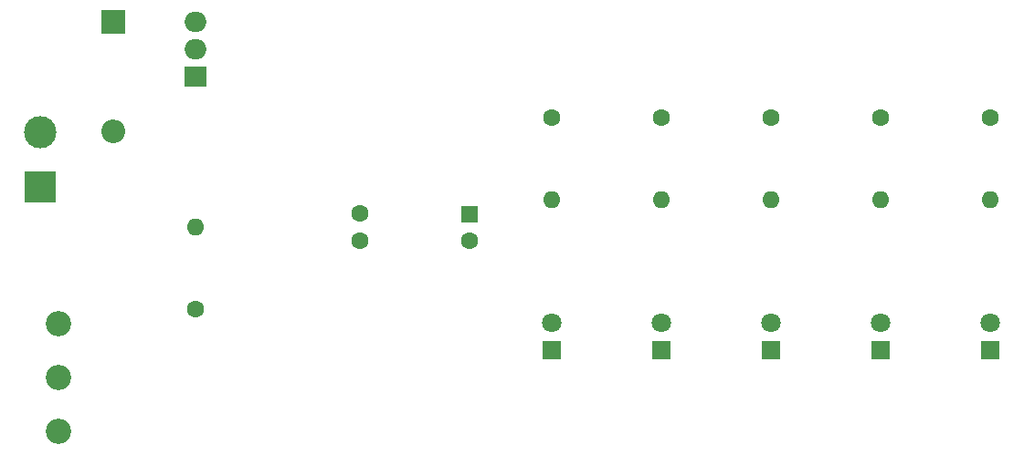
<source format=gbr>
%TF.GenerationSoftware,KiCad,Pcbnew,(7.0.0)*%
%TF.CreationDate,2024-04-05T21:03:04-03:00*%
%TF.ProjectId,Lumin_ria Rodrigo,4c756d69-6ee1-4726-9961-20526f647269,rev?*%
%TF.SameCoordinates,Original*%
%TF.FileFunction,Soldermask,Bot*%
%TF.FilePolarity,Negative*%
%FSLAX46Y46*%
G04 Gerber Fmt 4.6, Leading zero omitted, Abs format (unit mm)*
G04 Created by KiCad (PCBNEW (7.0.0)) date 2024-04-05 21:03:04*
%MOMM*%
%LPD*%
G01*
G04 APERTURE LIST*
%ADD10R,1.600000X1.600000*%
%ADD11C,1.600000*%
%ADD12R,1.800000X1.800000*%
%ADD13C,1.800000*%
%ADD14R,2.000000X1.905000*%
%ADD15O,2.000000X1.905000*%
%ADD16O,1.600000X1.600000*%
%ADD17R,3.000000X3.000000*%
%ADD18C,3.000000*%
%ADD19R,2.200000X2.200000*%
%ADD20O,2.200000X2.200000*%
%ADD21C,2.340000*%
G04 APERTURE END LIST*
D10*
%TO.C,C2*%
X116839999Y-73699999D03*
D11*
X116840000Y-76200000D03*
%TD*%
D12*
%TO.C,D5*%
X154939999Y-86359999D03*
D13*
X154940000Y-83820000D03*
%TD*%
D12*
%TO.C,D2*%
X124459999Y-86359999D03*
D13*
X124460000Y-83820000D03*
%TD*%
D14*
%TO.C,U1*%
X91439999Y-60959999D03*
D15*
X91439999Y-58419999D03*
X91439999Y-55879999D03*
%TD*%
D11*
%TO.C,R2*%
X124460000Y-64770000D03*
D16*
X124459999Y-72389999D03*
%TD*%
D12*
%TO.C,D6*%
X165099999Y-86359999D03*
D13*
X165100000Y-83820000D03*
%TD*%
D17*
%TO.C,J1*%
X77114399Y-71145399D03*
D18*
X77114400Y-66065400D03*
%TD*%
D11*
%TO.C,C1*%
X106680000Y-73660000D03*
X106680000Y-76160000D03*
%TD*%
%TO.C,R6*%
X165100000Y-64770000D03*
D16*
X165099999Y-72389999D03*
%TD*%
D19*
%TO.C,D1*%
X83819999Y-55879999D03*
D20*
X83819999Y-66039999D03*
%TD*%
D11*
%TO.C,R5*%
X154940000Y-64770000D03*
D16*
X154939999Y-72389999D03*
%TD*%
D21*
%TO.C,RV1*%
X78740000Y-83900000D03*
X78740000Y-88900000D03*
X78740000Y-93900000D03*
%TD*%
D11*
%TO.C,R1*%
X91440000Y-82550000D03*
D16*
X91439999Y-74929999D03*
%TD*%
D11*
%TO.C,R3*%
X134620000Y-64770000D03*
D16*
X134619999Y-72389999D03*
%TD*%
D12*
%TO.C,D3*%
X134619999Y-86359999D03*
D13*
X134620000Y-83820000D03*
%TD*%
D12*
%TO.C,D4*%
X144779999Y-86359999D03*
D13*
X144780000Y-83820000D03*
%TD*%
D11*
%TO.C,R4*%
X144780000Y-64770000D03*
D16*
X144779999Y-72389999D03*
%TD*%
M02*

</source>
